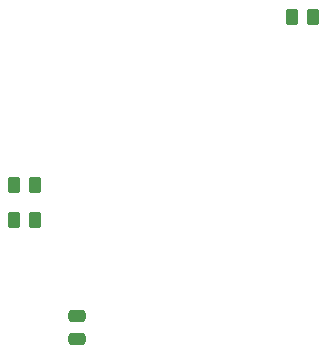
<source format=gbr>
%TF.GenerationSoftware,KiCad,Pcbnew,8.0.3*%
%TF.CreationDate,2025-03-04T10:01:37-06:00*%
%TF.ProjectId,wearable_v2_nrf,77656172-6162-46c6-955f-76325f6e7266,rev?*%
%TF.SameCoordinates,Original*%
%TF.FileFunction,Paste,Bot*%
%TF.FilePolarity,Positive*%
%FSLAX46Y46*%
G04 Gerber Fmt 4.6, Leading zero omitted, Abs format (unit mm)*
G04 Created by KiCad (PCBNEW 8.0.3) date 2025-03-04 10:01:37*
%MOMM*%
%LPD*%
G01*
G04 APERTURE LIST*
G04 Aperture macros list*
%AMRoundRect*
0 Rectangle with rounded corners*
0 $1 Rounding radius*
0 $2 $3 $4 $5 $6 $7 $8 $9 X,Y pos of 4 corners*
0 Add a 4 corners polygon primitive as box body*
4,1,4,$2,$3,$4,$5,$6,$7,$8,$9,$2,$3,0*
0 Add four circle primitives for the rounded corners*
1,1,$1+$1,$2,$3*
1,1,$1+$1,$4,$5*
1,1,$1+$1,$6,$7*
1,1,$1+$1,$8,$9*
0 Add four rect primitives between the rounded corners*
20,1,$1+$1,$2,$3,$4,$5,0*
20,1,$1+$1,$4,$5,$6,$7,0*
20,1,$1+$1,$6,$7,$8,$9,0*
20,1,$1+$1,$8,$9,$2,$3,0*%
G04 Aperture macros list end*
%ADD10RoundRect,0.250000X0.262500X0.450000X-0.262500X0.450000X-0.262500X-0.450000X0.262500X-0.450000X0*%
%ADD11RoundRect,0.250000X-0.475000X0.250000X-0.475000X-0.250000X0.475000X-0.250000X0.475000X0.250000X0*%
%ADD12RoundRect,0.250000X-0.262500X-0.450000X0.262500X-0.450000X0.262500X0.450000X-0.262500X0.450000X0*%
G04 APERTURE END LIST*
D10*
%TO.C,R2*%
X86312500Y-67150000D03*
X84487500Y-67150000D03*
%TD*%
D11*
%TO.C,C2*%
X89825000Y-78275000D03*
X89825000Y-80175000D03*
%TD*%
D12*
%TO.C,R4*%
X108012500Y-52900000D03*
X109837500Y-52900000D03*
%TD*%
D10*
%TO.C,R3*%
X86312500Y-70100000D03*
X84487500Y-70100000D03*
%TD*%
M02*

</source>
